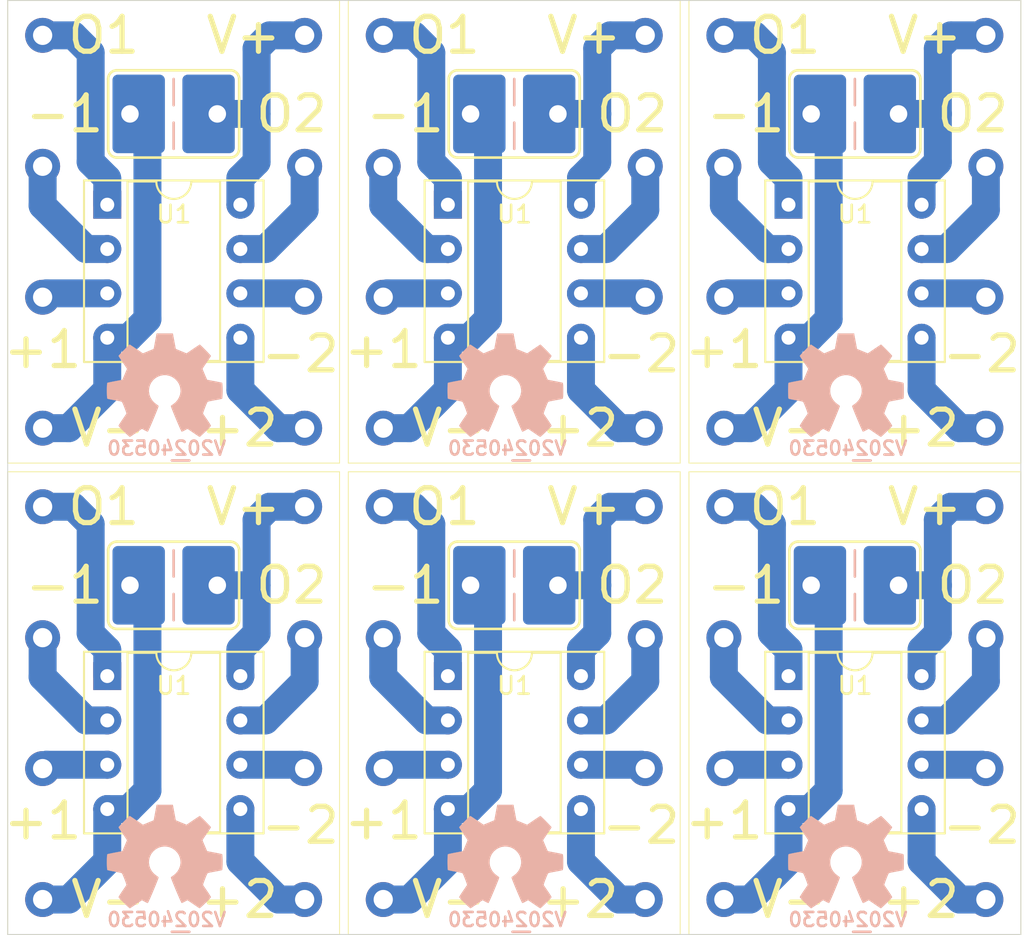
<source format=kicad_pcb>
(kicad_pcb (version 20221018) (generator pcbnew)
  (layers (0 "F.Cu" mixed) (31 "B.Cu" mixed) (34 "B.Paste" user) (35 "F.Paste" user) (36 "B.SilkS" user "B.Silkscreen") (37 "F.SilkS" user "F.Silkscreen") (38 "B.Mask" user) (39 "F.Mask" user) (44 "Edge.Cuts" user))
  (net 0 "")
  (net 1 "Net-(J1-Pin_1)")
  (net 2 "Net-(J4-Pin_1)")
  (net 3 "Net-(J8-Pin_1)")
  (net 4 "Net-(J2-Pin_1)")
  (net 5 "Net-(J3-Pin_1)")
  (net 6 "Net-(J5-Pin_1)")
  (net 7 "Net-(J6-Pin_1)")
  (net 8 "Net-(J7-Pin_1)")
  (footprint "mill-max:PC_pin_nail_head_6092" (layer "F.Cu") (at 102 125.5)
    (fp_text reference "J1")
    (fp_text value "O1" (at 3.5 0) (layer "F.SilkS") (effects (font (size 2 2) (thickness 0.3))))
    (pad "1" thru_hole circle locked (at 0 0) (size 2 2) (drill 1.1) (layers "*.Cu" "*.Mask") (net 1 "Net-(J1-Pin_1)"))
  )
  (footprint "mill-max:PC_pin_nail_head_6092" (layer "F.Cu") (at 102 133)
    (fp_text reference "J2")
    (fp_text value "-1" (at 1.25 -3) (layer "F.SilkS") (effects (font (size 2 2) (thickness 0.3))))
    (pad "1" thru_hole circle locked (at 0 0) (size 2 2) (drill 1.1) (layers "*.Cu" "*.Mask") (net 4 "Net-(J2-Pin_1)"))
  )
  (footprint "mill-max:PC_pin_nail_head_6092" (layer "F.Cu") (at 102 140.5)
    (fp_text reference "J3")
    (fp_text value "+1" (at 0 3) (layer "F.SilkS") (effects (font (size 2 2) (thickness 0.3))))
    (pad "1" thru_hole circle locked (at 0 0) (size 2 2) (drill 1.1) (layers "*.Cu" "*.Mask") (net 5 "Net-(J3-Pin_1)"))
  )
  (footprint "mill-max:PC_pin_nail_head_6092" (layer "F.Cu") (at 117 148)
    (fp_text reference "J5")
    (fp_text value "+2" (at -3.75 0) (layer "F.SilkS") (effects (font (size 2 2) (thickness 0.3))))
    (pad "1" thru_hole circle locked (at 0 0) (size 2 2) (drill 1.1) (layers "*.Cu" "*.Mask") (net 6 "Net-(J5-Pin_1)"))
  )
  (footprint "mill-max:PC_pin_nail_head_6092" (layer "F.Cu") (at 117 140.5)
    (fp_text reference "J6")
    (fp_text value "-2" (at -0.25 3.25) (layer "F.SilkS") (effects (font (size 2 2) (thickness 0.3))))
    (pad "1" thru_hole circle locked (at 0 0) (size 2 2) (drill 1.1) (layers "*.Cu" "*.Mask") (net 7 "Net-(J6-Pin_1)"))
  )
  (footprint "mill-max:PC_pin_nail_head_6092" (layer "F.Cu") (at 102 148 180)
    (fp_text reference "J4")
    (fp_text value "V-" (at -3.75 0) (layer "F.SilkS") (effects (font (size 2 2) (thickness 0.3))))
    (pad "1" thru_hole circle locked (at 0 0 180) (size 2 2) (drill 1.1) (layers "*.Cu" "*.Mask") (net 2 "Net-(J4-Pin_1)"))
  )
  (footprint "SquantorCapacitor:C-050-050X100-0805-3516-film" (layer "F.Cu") (at 109.5 130)
    (fp_text reference "C1" hide)
    (fp_text value "1u" hide)
    (pad "1" thru_hole circle (at -2.5 0) (size 1.5 1.5) (drill 1) (layers "*.Cu" "*.Mask") (net 2 "Net-(J4-Pin_1)"))
    (pad "1" smd roundrect (at -2 0) (size 3 4.5) (layers "B.Cu" "B.Paste" "B.Mask") (roundrect_rratio 0.1) (net 2 "Net-(J4-Pin_1)"))
    (pad "2" smd roundrect (at 2 0) (size 3 4.5) (layers "B.Cu" "B.Paste" "B.Mask") (roundrect_rratio 0.1) (net 3 "Net-(J8-Pin_1)"))
    (pad "2" thru_hole circle (at 2.5 0) (size 1.5 1.5) (drill 1) (layers "*.Cu" "*.Mask") (net 3 "Net-(J8-Pin_1)"))
  )
  (footprint "mill-max:PC_pin_nail_head_6092" (layer "F.Cu") (at 121.5 133)
    (fp_text reference "J2")
    (fp_text value "-1" (at 1.25 -3) (layer "F.SilkS") (effects (font (size 2 2) (thickness 0.3))))
    (pad "1" thru_hole circle locked (at 0 0) (size 2 2) (drill 1.1) (layers "*.Cu" "*.Mask") (net 4 "Net-(J2-Pin_1)"))
  )
  (footprint "mill-max:PC_pin_nail_head_6092" (layer "F.Cu") (at 156 113.5)
    (fp_text reference "J6")
    (fp_text value "-2" (at -0.25 3.25) (layer "F.SilkS") (effects (font (size 2 2) (thickness 0.3))))
    (pad "1" thru_hole circle locked (at 0 0) (size 2 2) (drill 1.1) (layers "*.Cu" "*.Mask") (net 7 "Net-(J6-Pin_1)"))
  )
  (footprint "mill-max:PC_pin_nail_head_6092" (layer "F.Cu") (at 121.5 140.5)
    (fp_text reference "J3")
    (fp_text value "+1" (at 0 3) (layer "F.SilkS") (effects (font (size 2 2) (thickness 0.3))))
    (pad "1" thru_hole circle locked (at 0 0) (size 2 2) (drill 1.1) (layers "*.Cu" "*.Mask") (net 5 "Net-(J3-Pin_1)"))
  )
  (footprint "mill-max:PC_pin_nail_head_6092" (layer "F.Cu") (at 136.5 133)
    (fp_text reference "J7" hide)
    (fp_text value "O2" (at -0.75 -3) (layer "F.SilkS") (effects (font (size 2 2) (thickness 0.3))))
    (pad "1" thru_hole circle locked (at 0 0) (size 2 2) (drill 1.1) (layers "*.Cu" "*.Mask") (net 8 "Net-(J7-Pin_1)"))
  )
  (footprint "mill-max:PC_pin_nail_head_6092" (layer "F.Cu") (at 156 125.5)
    (fp_text reference "J8" hide)
    (fp_text value "V+" (at -3.5 0) (layer "F.SilkS") (effects (font (size 2 2) (thickness 0.3))))
    (pad "1" thru_hole circle locked (at 0 0) (size 2 2) (drill 1.1) (layers "*.Cu" "*.Mask") (net 3 "Net-(J8-Pin_1)"))
  )
  (footprint "mill-max:PC_pin_nail_head_6092" (layer "F.Cu") (at 117 106)
    (fp_text reference "J7" hide)
    (fp_text value "O2" (at -0.75 -3) (layer "F.SilkS") (effects (font (size 2 2) (thickness 0.3))))
    (pad "1" thru_hole circle locked (at 0 0) (size 2 2) (drill 1.1) (layers "*.Cu" "*.Mask") (net 8 "Net-(J7-Pin_1)"))
  )
  (footprint "mill-max:PC_pin_nail_head_6092" (layer "F.Cu") (at 141 148 180)
    (fp_text reference "J4")
    (fp_text value "V-" (at -3.75 0) (layer "F.SilkS") (effects (font (size 2 2) (thickness 0.3))))
    (pad "1" thru_hole circle locked (at 0 0 180) (size 2 2) (drill 1.1) (layers "*.Cu" "*.Mask") (net 2 "Net-(J4-Pin_1)"))
  )
  (footprint "mill-max:PC_pin_nail_head_6092" (layer "F.Cu") (at 156 133)
    (fp_text reference "J7" hide)
    (fp_text value "O2" (at -0.75 -3) (layer "F.SilkS") (effects (font (size 2 2) (thickness 0.3))))
    (pad "1" thru_hole circle locked (at 0 0) (size 2 2) (drill 1.1) (layers "*.Cu" "*.Mask") (net 8 "Net-(J7-Pin_1)"))
  )
  (footprint "mill-max:PC_pin_nail_head_6092" (layer "F.Cu") (at 156 140.5)
    (fp_text reference "J6")
    (fp_text value "-2" (at -0.25 3.25) (layer "F.SilkS") (effects (font (size 2 2) (thickness 0.3))))
    (pad "1" thru_hole circle locked (at 0 0) (size 2 2) (drill 1.1) (layers "*.Cu" "*.Mask") (net 7 "Net-(J6-Pin_1)"))
  )
  (footprint "mill-max:PC_pin_nail_head_6092" (layer "F.Cu") (at 136.5 140.5)
    (fp_text reference "J6")
    (fp_text value "-2" (at -0.25 3.25) (layer "F.SilkS") (effects (font (size 2 2) (thickness 0.3))))
    (pad "1" thru_hole circle locked (at 0 0) (size 2 2) (drill 1.1) (layers "*.Cu" "*.Mask") (net 7 "Net-(J6-Pin_1)"))
  )
  (footprint "mill-max:PC_pin_nail_head_6092" (layer "F.Cu") (at 117 121)
    (fp_text reference "J5")
    (fp_text value "+2" (at -3.75 0) (layer "F.SilkS") (effects (font (size 2 2) (thickness 0.3))))
    (pad "1" thru_hole circle locked (at 0 0) (size 2 2) (drill 1.1) (layers "*.Cu" "*.Mask") (net 6 "Net-(J5-Pin_1)"))
  )
  (footprint "mill-max:PC_pin_nail_head_6092" (layer "F.Cu") (at 156 106)
    (fp_text reference "J7" hide)
    (fp_text value "O2" (at -0.75 -3) (layer "F.SilkS") (effects (font (size 2 2) (thickness 0.3))))
    (pad "1" thru_hole circle locked (at 0 0) (size 2 2) (drill 1.1) (layers "*.Cu" "*.Mask") (net 8 "Net-(J7-Pin_1)"))
  )
  (footprint "Package_DIP:DIP-8_W7.62mm_Socket" (layer "F.Cu") (at 105.7 135.2)
    (fp_text reference "U1" (at 3.81 0.55) (layer "F.SilkS"))
    (fp_text value "opamp_dual_8pin")
    (pad "1" thru_hole rect (at 0 0) (size 1.6 1.6) (drill 0.8) (layers "*.Cu" "*.Mask") (net 1 "Net-(J1-Pin_1)"))
    (pad "2" thru_hole oval (at 0 2.54) (size 1.6 1.6) (drill 0.8) (layers "*.Cu" "*.Mask") (net 4 "Net-(J2-Pin_1)"))
    (pad "3" thru_hole oval (at 0 5.08) (size 1.6 1.6) (drill 0.8) (layers "*.Cu" "*.Mask") (net 5 "Net-(J3-Pin_1)"))
    (pad "4" thru_hole oval (at 0 7.62) (size 1.6 1.6) (drill 0.8) (layers "*.Cu" "*.Mask") (net 2 "Net-(J4-Pin_1)"))
    (pad "5" thru_hole oval (at 7.62 7.62) (size 1.6 1.6) (drill 0.8) (layers "*.Cu" "*.Mask") (net 6 "Net-(J5-Pin_1)"))
    (pad "6" thru_hole oval (at 7.62 5.08) (size 1.6 1.6) (drill 0.8) (layers "*.Cu" "*.Mask") (net 7 "Net-(J6-Pin_1)"))
    (pad "7" thru_hole oval (at 7.62 2.54) (size 1.6 1.6) (drill 0.8) (layers "*.Cu" "*.Mask") (net 8 "Net-(J7-Pin_1)"))
    (pad "8" thru_hole oval (at 7.62 0) (size 1.6 1.6) (drill 0.8) (layers "*.Cu" "*.Mask") (net 3 "Net-(J8-Pin_1)"))
  )
  (footprint "mill-max:PC_pin_nail_head_6092" (layer "F.Cu") (at 141 140.5)
    (fp_text reference "J3")
    (fp_text value "+1" (at 0 3) (layer "F.SilkS") (effects (font (size 2 2) (thickness 0.3))))
    (pad "1" thru_hole circle locked (at 0 0) (size 2 2) (drill 1.1) (layers "*.Cu" "*.Mask") (net 5 "Net-(J3-Pin_1)"))
  )
  (footprint "mill-max:PC_pin_nail_head_6092" (layer "F.Cu") (at 102 98.5)
    (fp_text reference "J1")
    (fp_text value "O1" (at 3.5 0) (layer "F.SilkS") (effects (font (size 2 2) (thickness 0.3))))
    (pad "1" thru_hole circle locked (at 0 0) (size 2 2) (drill 1.1) (layers "*.Cu" "*.Mask") (net 1 "Net-(J1-Pin_1)"))
  )
  (footprint "mill-max:PC_pin_nail_head_6092" (layer "F.Cu") (at 156 98.5)
    (fp_text reference "J8" hide)
    (fp_text value "V+" (at -3.5 0) (layer "F.SilkS") (effects (font (size 2 2) (thickness 0.3))))
    (pad "1" thru_hole circle locked (at 0 0) (size 2 2) (drill 1.1) (layers "*.Cu" "*.Mask") (net 3 "Net-(J8-Pin_1)"))
  )
  (footprint "mill-max:PC_pin_nail_head_6092" (layer "F.Cu") (at 141 98.5)
    (fp_text reference "J1")
    (fp_text value "O1" (at 3.5 0) (layer "F.SilkS") (effects (font (size 2 2) (thickness 0.3))))
    (pad "1" thru_hole circle locked (at 0 0) (size 2 2) (drill 1.1) (layers "*.Cu" "*.Mask") (net 1 "Net-(J1-Pin_1)"))
  )
  (footprint "mill-max:PC_pin_nail_head_6092" (layer "F.Cu") (at 117 98.5)
    (fp_text reference "J8" hide)
    (fp_text value "V+" (at -3.5 0) (layer "F.SilkS") (effects (font (size 2 2) (thickness 0.3))))
    (pad "1" thru_hole circle locked (at 0 0) (size 2 2) (drill 1.1) (layers "*.Cu" "*.Mask") (net 3 "Net-(J8-Pin_1)"))
  )
  (footprint "mill-max:PC_pin_nail_head_6092" (layer "F.Cu") (at 136.5 98.5)
    (fp_text reference "J8" hide)
    (fp_text value "V+" (at -3.5 0) (layer "F.SilkS") (effects (font (size 2 2) (thickness 0.3))))
    (pad "1" thru_hole circle locked (at 0 0) (size 2 2) (drill 1.1) (layers "*.Cu" "*.Mask") (net 3 "Net-(J8-Pin_1)"))
  )
  (footprint "mill-max:PC_pin_nail_head_6092" (layer "F.Cu") (at 121.5 121 180)
    (fp_text reference "J4")
    (fp_text value "V-" (at -3.75 0) (layer "F.SilkS") (effects (font (size 2 2) (thickness 0.3))))
    (pad "1" thru_hole circle locked (at 0 0 180) (size 2 2) (drill 1.1) (layers "*.Cu" "*.Mask") (net 2 "Net-(J4-Pin_1)"))
  )
  (footprint "Package_DIP:DIP-8_W7.62mm_Socket" (layer "F.Cu") (at 144.7 108.2)
    (fp_text reference "U1" (at 3.81 0.55) (layer "F.SilkS"))
    (fp_text value "opamp_dual_8pin")
    (pad "1" thru_hole rect (at 0 0) (size 1.6 1.6) (drill 0.8) (layers "*.Cu" "*.Mask") (net 1 "Net-(J1-Pin_1)"))
    (pad "2" thru_hole oval (at 0 2.54) (size 1.6 1.6) (drill 0.8) (layers "*.Cu" "*.Mask") (net 4 "Net-(J2-Pin_1)"))
    (pad "3" thru_hole oval (at 0 5.08) (size 1.6 1.6) (drill 0.8) (layers "*.Cu" "*.Mask") (net 5 "Net-(J3-Pin_1)"))
    (pad "4" thru_hole oval (at 0 7.62) (size 1.6 1.6) (drill 0.8) (layers "*.Cu" "*.Mask") (net 2 "Net-(J4-Pin_1)"))
    (pad "5" thru_hole oval (at 7.62 7.62) (size 1.6 1.6) (drill 0.8) (layers "*.Cu" "*.Mask") (net 6 "Net-(J5-Pin_1)"))
    (pad "6" thru_hole oval (at 7.62 5.08) (size 1.6 1.6) (drill 0.8) (layers "*.Cu" "*.Mask") (net 7 "Net-(J6-Pin_1)"))
    (pad "7" thru_hole oval (at 7.62 2.54) (size 1.6 1.6) (drill 0.8) (layers "*.Cu" "*.Mask") (net 8 "Net-(J7-Pin_1)"))
    (pad "8" thru_hole oval (at 7.62 0) (size 1.6 1.6) (drill 0.8) (layers "*.Cu" "*.Mask") (net 3 "Net-(J8-Pin_1)"))
  )
  (footprint "Package_DIP:DIP-8_W7.62mm_Socket" (layer "F.Cu") (at 125.2 108.2)
    (fp_text reference "U1" (at 3.81 0.55) (layer "F.SilkS"))
    (fp_text value "opamp_dual_8pin")
    (pad "1" thru_hole rect (at 0 0) (size 1.6 1.6) (drill 0.8) (layers "*.Cu" "*.Mask") (net 1 "Net-(J1-Pin_1)"))
    (pad "2" thru_hole oval (at 0 2.54) (size 1.6 1.6) (drill 0.8) (layers "*.Cu" "*.Mask") (net 4 "Net-(J2-Pin_1)"))
    (pad "3" thru_hole oval (at 0 5.08) (size 1.6 1.6) (drill 0.8) (layers "*.Cu" "*.Mask") (net 5 "Net-(J3-Pin_1)"))
    (pad "4" thru_hole oval (at 0 7.62) (size 1.6 1.6) (drill 0.8) (layers "*.Cu" "*.Mask") (net 2 "Net-(J4-Pin_1)"))
    (pad "5" thru_hole oval (at 7.62 7.62) (size 1.6 1.6) (drill 0.8) (layers "*.Cu" "*.Mask") (net 6 "Net-(J5-Pin_1)"))
    (pad "6" thru_hole oval (at 7.62 5.08) (size 1.6 1.6) (drill 0.8) (layers "*.Cu" "*.Mask") (net 7 "Net-(J6-Pin_1)"))
    (pad "7" thru_hole oval (at 7.62 2.54) (size 1.6 1.6) (drill 0.8) (layers "*.Cu" "*.Mask") (net 8 "Net-(J7-Pin_1)"))
    (pad "8" thru_hole oval (at 7.62 0) (size 1.6 1.6) (drill 0.8) (layers "*.Cu" "*.Mask") (net 3 "Net-(J8-Pin_1)"))
  )
  (footprint "mill-max:PC_pin_nail_head_6092" (layer "F.Cu") (at 121.5 125.5)
    (fp_text reference "J1")
    (fp_text value "O1" (at 3.5 0) (layer "F.SilkS") (effects (font (size 2 2) (thickness 0.3))))
    (pad "1" thru_hole circle locked (at 0 0) (size 2 2) (drill 1.1) (layers "*.Cu" "*.Mask") (net 1 "Net-(J1-Pin_1)"))
  )
  (footprint "mill-max:PC_pin_nail_head_6092" (layer "F.Cu") (at 121.5 113.5)
    (fp_text reference "J3")
    (fp_text value "+1" (at 0 3) (layer "F.SilkS") (effects (font (size 2 2) (thickness 0.3))))
    (pad "1" thru_hole circle locked (at 0 0) (size 2 2) (drill 1.1) (layers "*.Cu" "*.Mask") (net 5 "Net-(J3-Pin_1)"))
  )
  (footprint "mill-max:PC_pin_nail_head_6092" (layer "F.Cu") (at 136.5 148)
    (fp_text reference "J5")
    (fp_text value "+2" (at -3.75 0) (layer "F.SilkS") (effects (font (size 2 2) (thickness 0.3))))
    (pad "1" thru_hole circle locked (at 0 0) (size 2 2) (drill 1.1) (layers "*.Cu" "*.Mask") (net 6 "Net-(J5-Pin_1)"))
  )
  (footprint "Package_DIP:DIP-8_W7.62mm_Socket" (layer "F.Cu") (at 125.2 135.2)
    (fp_text reference "U1" (at 3.81 0.55) (layer "F.SilkS"))
    (fp_text value "opamp_dual_8pin")
    (pad "1" thru_hole rect (at 0 0) (size 1.6 1.6) (drill 0.8) (layers "*.Cu" "*.Mask") (net 1 "Net-(J1-Pin_1)"))
    (pad "2" thru_hole oval (at 0 2.54) (size 1.6 1.6) (drill 0.8) (layers "*.Cu" "*.Mask") (net 4 "Net-(J2-Pin_1)"))
    (pad "3" thru_hole oval (at 0 5.08) (size 1.6 1.6) (drill 0.8) (layers "*.Cu" "*.Mask") (net 5 "Net-(J3-Pin_1)"))
    (pad "4" thru_hole oval (at 0 7.62) (size 1.6 1.6) (drill 0.8) (layers "*.Cu" "*.Mask") (net 2 "Net-(J4-Pin_1)"))
    (pad "5" thru_hole oval (at 7.62 7.62) (size 1.6 1.6) (drill 0.8) (layers "*.Cu" "*.Mask") (net 6 "Net-(J5-Pin_1)"))
    (pad "6" thru_hole oval (at 7.62 5.08) (size 1.6 1.6) (drill 0.8) (layers "*.Cu" "*.Mask") (net 7 "Net-(J6-Pin_1)"))
    (pad "7" thru_hole oval (at 7.62 2.54) (size 1.6 1.6) (drill 0.8) (layers "*.Cu" "*.Mask") (net 8 "Net-(J7-Pin_1)"))
    (pad "8" thru_hole oval (at 7.62 0) (size 1.6 1.6) (drill 0.8) (layers "*.Cu" "*.Mask") (net 3 "Net-(J8-Pin_1)"))
  )
  (footprint "SquantorCapacitor:C-050-050X100-0805-3516-film" (layer "F.Cu") (at 109.5 103)
    (fp_text reference "C1" hide)
    (fp_text value "1u" hide)
    (pad "1" thru_hole circle (at -2.5 0) (size 1.5 1.5) (drill 1) (layers "*.Cu" "*.Mask") (net 2 "Net-(J4-Pin_1)"))
    (pad "1" smd roundrect (at -2 0) (size 3 4.5) (layers "B.Cu" "B.Paste" "B.Mask") (roundrect_rratio 0.1) (net 2 "Net-(J4-Pin_1)"))
    (pad "2" smd roundrect (at 2 0) (size 3 4.5) (layers "B.Cu" "B.Paste" "B.Mask") (roundrect_rratio 0.1) (net 3 "Net-(J8-Pin_1)"))
    (pad "2" thru_hole circle (at 2.5 0) (size 1.5 1.5) (drill 1) (layers "*.Cu" "*.Mask") (net 3 "Net-(J8-Pin_1)"))
  )
  (footprint "SquantorCapacitor:C-050-050X100-0805-3516-film" (layer "F.Cu") (at 148.5 130)
    (fp_text reference "C1" hide)
    (fp_text value "1u" hide)
    (pad "1" thru_hole circle (at -2.5 0) (size 1.5 1.5) (drill 1) (layers "*.Cu" "*.Mask") (net 2 "Net-(J4-Pin_1)"))
    (pad "1" smd roundrect (at -2 0) (size 3 4.5) (layers "B.Cu" "B.Paste" "B.Mask") (roundrect_rratio 0.1) (net 2 "Net-(J4-Pin_1)"))
    (pad "2" smd roundrect (at 2 0) (size 3 4.5) (layers "B.Cu" "B.Paste" "B.Mask") (roundrect_rratio 0.1) (net 3 "Net-(J8-Pin_1)"))
    (pad "2" thru_hole circle (at 2.5 0) (size 1.5 1.5) (drill 1) (layers "*.Cu" "*.Mask") (net 3 "Net-(J8-Pin_1)"))
  )
  (footprint "mill-max:PC_pin_nail_head_6092" (layer "F.Cu") (at 141 121 180)
    (fp_text reference "J4")
    (fp_text value "V-" (at -3.75 0) (layer "F.SilkS") (effects (font (size 2 2) (thickness 0.3))))
    (pad "1" thru_hole circle locked (at 0 0 180) (size 2 2) (drill 1.1) (layers "*.Cu" "*.Mask") (net 2 "Net-(J4-Pin_1)"))
  )
  (footprint "mill-max:PC_pin_nail_head_6092" (layer "F.Cu") (at 117 125.5)
    (fp_text reference "J8" hide)
    (fp_text value "V+" (at -3.5 0) (layer "F.SilkS") (effects (font (size 2 2) (thickness 0.3))))
    (pad "1" thru_hole circle locked (at 0 0) (size 2 2) (drill 1.1) (layers "*.Cu" "*.Mask") (net 3 "Net-(J8-Pin_1)"))
  )
  (footprint "SquantorCapacitor:C-050-050X100-0805-3516-film" (layer "F.Cu") (at 129 103)
    (fp_text reference "C1" hide)
    (fp_text value "1u" hide)
    (pad "1" thru_hole circle (at -2.5 0) (size 1.5 1.5) (drill 1) (layers "*.Cu" "*.Mask") (net 2 "Net-(J4-Pin_1)"))
    (pad "1" smd roundrect (at -2 0) (size 3 4.5) (layers "B.Cu" "B.Paste" "B.Mask") (roundrect_rratio 0.1) (net 2 "Net-(J4-Pin_1)"))
    (pad "2" smd roundrect (at 2 0) (size 3 4.5) (layers "B.Cu" "B.Paste" "B.Mask") (roundrect_rratio 0.1) (net 3 "Net-(J8-Pin_1)"))
    (pad "2" thru_hole circle (at 2.5 0) (size 1.5 1.5) (drill 1) (layers "*.Cu" "*.Mask") (net 3 "Net-(J8-Pin_1)"))
  )
  (footprint "mill-max:PC_pin_nail_head_6092" (layer "F.Cu") (at 102 106)
    (fp_text reference "J2")
    (fp_text value "-1" (at 1.25 -3) (layer "F.SilkS") (effects (font (size 2 2) (thickness 0.3))))
    (pad "1" thru_hole circle locked (at 0 0) (size 2 2) (drill 1.1) (layers "*.Cu" "*.Mask") (net 4 "Net-(J2-Pin_1)"))
  )
  (footprint "Package_DIP:DIP-8_W7.62mm_Socket" (layer "F.Cu") (at 144.7 135.2)
    (fp_text reference "U1" (at 3.81 0.55) (layer "F.SilkS"))
    (fp_text value "opamp_dual_8pin")
    (pad "1" thru_hole rect (at 0 0) (size 1.6 1.6) (drill 0.8) (layers "*.Cu" "*.Mask") (net 1 "Net-(J1-Pin_1)"))
    (pad "2" thru_hole oval (at 0 2.54) (size 1.6 1.6) (drill 0.8) (layers "*.Cu" "*.Mask") (net 4 "Net-(J2-Pin_1)"))
    (pad "3" thru_hole oval (at 0 5.08) (size 1.6 1.6) (drill 0.8) (layers "*.Cu" "*.Mask") (net 5 "Net-(J3-Pin_1)"))
    (pad "4" thru_hole oval (at 0 7.62) (size 1.6 1.6) (drill 0.8) (layers "*.Cu" "*.Mask") (net 2 "Net-(J4-Pin_1)"))
    (pad "5" thru_hole oval (at 7.62 7.62) (size 1.6 1.6) (drill 0.8) (layers "*.Cu" "*.Mask") (net 6 "Net-(J5-Pin_1)"))
    (pad "6" thru_hole oval (at 7.62 5.08) (size 1.6 1.6) (drill 0.8) (layers "*.Cu" "*.Mask") (net 7 "Net-(J6-Pin_1)"))
    (pad "7" thru_hole oval (at 7.62 2.54) (size 1.6 1.6) (drill 0.8) (layers "*.Cu" "*.Mask") (net 8 "Net-(J7-Pin_1)"))
    (pad "8" thru_hole oval (at 7.62 0) (size 1.6 1.6) (drill 0.8) (layers "*.Cu" "*.Mask") (net 3 "Net-(J8-Pin_1)"))
  )
  (footprint "SquantorCapacitor:C-050-050X100-0805-3516-film" (layer "F.Cu") (at 148.5 103)
    (fp_text reference "C1" hide)
    (fp_text value "1u" hide)
    (pad "1" thru_hole circle (at -2.5 0) (size 1.5 1.5) (drill 1) (layers "*.Cu" "*.Mask") (net 2 "Net-(J4-Pin_1)"))
    (pad "1" smd roundrect (at -2 0) (size 3 4.5) (layers "B.Cu" "B.Paste" "B.Mask") (roundrect_rratio 0.1) (net 2 "Net-(J4-Pin_1)"))
    (pad "2" smd roundrect (at 2 0) (size 3 4.5) (layers "B.Cu" "B.Paste" "B.Mask") (roundrect_rratio 0.1) (net 3 "Net-(J8-Pin_1)"))
    (pad "2" thru_hole circle (at 2.5 0) (size 1.5 1.5) (drill 1) (layers "*.Cu" "*.Mask") (net 3 "Net-(J8-Pin_1)"))
  )
  (footprint "mill-max:PC_pin_nail_head_6092" (layer "F.Cu") (at 102 121 180)
    (fp_text reference "J4")
    (fp_text value "V-" (at -3.75 0) (layer "F.SilkS") (effects (font (size 2 2) (thickness 0.3))))
    (pad "1" thru_hole circle locked (at 0 0 180) (size 2 2) (drill 1.1) (layers "*.Cu" "*.Mask") (net 2 "Net-(J4-Pin_1)"))
  )
  (footprint "mill-max:PC_pin_nail_head_6092" (layer "F.Cu") (at 102 113.5)
    (fp_text reference "J3")
    (fp_text value "+1" (at 0 3) (layer "F.SilkS") (effects (font (size 2 2) (thickness 0.3))))
    (pad "1" thru_hole circle locked (at 0 0) (size 2 2) (drill 1.1) (layers "*.Cu" "*.Mask") (net 5 "Net-(J3-Pin_1)"))
  )
  (footprint "mill-max:PC_pin_nail_head_6092" (layer "F.Cu") (at 121.5 106)
    (fp_text reference "J2")
    (fp_text value "-1" (at 1.25 -3) (layer "F.SilkS") (effects (font (size 2 2) (thickness 0.3))))
    (pad "1" thru_hole circle locked (at 0 0) (size 2 2) (drill 1.1) (layers "*.Cu" "*.Mask") (net 4 "Net-(J2-Pin_1)"))
  )
  (footprint "mill-max:PC_pin_nail_head_6092" (layer "F.Cu") (at 156 121)
    (fp_text reference "J5")
    (fp_text value "+2" (at -3.75 0) (layer "F.SilkS") (effects (font (size 2 2) (thickness 0.3))))
    (pad "1" thru_hole circle locked (at 0 0) (size 2 2) (drill 1.1) (layers "*.Cu" "*.Mask") (net 6 "Net-(J5-Pin_1)"))
  )
  (footprint "mill-max:PC_pin_nail_head_6092" (layer "F.Cu") (at 136.5 106)
    (fp_text reference "J7" hide)
    (fp_text value "O2" (at -0.75 -3) (layer "F.SilkS") (effects (font (size 2 2) (thickness 0.3))))
    (pad "1" thru_hole circle locked (at 0 0) (size 2 2) (drill 1.1) (layers "*.Cu" "*.Mask") (net 8 "Net-(J7-Pin_1)"))
  )
  (footprint "mill-max:PC_pin_nail_head_6092" (layer "F.Cu") (at 136.5 121)
    (fp_text reference "J5")
    (fp_text value "+2" (at -3.75 0) (layer "F.SilkS") (effects (font (size 2 2) (thickness 0.3))))
    (pad "1" thru_hole circle locked (at 0 0) (size 2 2) (drill 1.1) (layers "*.Cu" "*.Mask") (net 6 "Net-(J5-Pin_1)"))
  )
  (footprint "mill-max:PC_pin_nail_head_6092" (layer "F.Cu") (at 136.5 113.5)
    (fp_text reference "J6")
    (fp_text value "-2" (at -0.25 3.25) (layer "F.SilkS") (effects (font (size 2 2) (thickness 0.3))))
    (pad "1" thru_hole circle locked (at 0 0) (size 2 2) (drill 1.1) (layers "*.Cu" "*.Mask") (net 7 "Net-(J6-Pin_1)"))
  )
  (footprint "mill-max:PC_pin_nail_head_6092" (layer "F.Cu") (at 117 113.5)
    (fp_text reference "J6")
    (fp_text value "-2" (at -0.25 3.25) (layer "F.SilkS") (effects (font (size 2 2) (thickness 0.3))))
    (pad "1" thru_hole circle locked (at 0 0) (size 2 2) (drill 1.1) (layers "*.Cu" "*.Mask") (net 7 "Net-(J6-Pin_1)"))
  )
  (footprint "mill-max:PC_pin_nail_head_6092" (layer "F.Cu") (at 141 106)
    (fp_text reference "J2")
    (fp_text value "-1" (at 1.25 -3) (layer "F.SilkS") (effects (font (size 2 2) (thickness 0.3))))
    (pad "1" thru_hole circle locked (at 0 0) (size 2 2) (drill 1.1) (layers "*.Cu" "*.Mask") (net 4 "Net-(J2-Pin_1)"))
  )
  (footprint "mill-max:PC_pin_nail_head_6092" (layer "F.Cu") (at 117 133)
    (fp_text reference "J7" hide)
    (fp_text value "O2" (at -0.75 -3) (layer "F.SilkS") (effects (font (size 2 2) (thickness 0.3))))
    (pad "1" thru_hole circle locked (at 0 0) (size 2 2) (drill 1.1) (layers "*.Cu" "*.Mask") (net 8 "Net-(J7-Pin_1)"))
  )
  (footprint "mill-max:PC_pin_nail_head_6092" (layer "F.Cu") (at 141 113.5)
    (fp_text reference "J3")
    (fp_text value "+1" (at 0 3) (layer "F.SilkS") (effects (font (size 2 2) (thickness 0.3))))
    (pad "1" thru_hole circle locked (at 0 0) (size 2 2) (drill 1.1) (layers "*.Cu" "*.Mask") (net 5 "Net-(J3-Pin_1)"))
  )
  (footprint "mill-max:PC_pin_nail_head_6092" (layer "F.Cu") (at 141 125.5)
    (fp_text reference "J1")
    (fp_text value "O1" (at 3.5 0) (layer "F.SilkS") (effects (font (size 2 2) (thickness 0.3))))
    (pad "1" thru_hole circle locked (at 0 0) (size 2 2) (drill 1.1) (layers "*.Cu" "*.Mask") (net 1 "Net-(J1-Pin_1)"))
  )
  (footprint "mill-max:PC_pin_nail_head_6092" (layer "F.Cu") (at 136.5 125.5)
    (fp_text reference "J8" hide)
    (fp_text value "V+" (at -3.5 0) (layer "F.SilkS") (effects (font (size 2 2) (thickness 0.3))))
    (pad "1" thru_hole circle locked (at 0 0) (size 2 2) (drill 1.1) (layers "*.Cu" "*.Mask") (net 3 "Net-(J8-Pin_1)"))
  )
  (footprint "mill-max:PC_pin_nail_head_6092" (layer "F.Cu") (at 156 148)
    (fp_text reference "J5")
    (fp_text value "+2" (at -3.75 0) (layer "F.SilkS") (effects (font (size 2 2) (thickness 0.3))))
    (pad "1" thru_hole circle locked (at 0 0) (size 2 2) (drill 1.1) (layers "*.Cu" "*.Mask") (net 6 "Net-(J5-Pin_1)"))
  )
  (footprint "mill-max:PC_pin_nail_head_6092" (layer "F.Cu") (at 141 133)
    (fp_text reference "J2")
    (fp_text value "-1" (at 1.25 -3) (layer "F.SilkS") (effects (font (size 2 2) (thickness 0.3))))
    (pad "1" thru_hole circle locked (at 0 0) (size 2 2) (drill 1.1) (layers "*.Cu" "*.Mask") (net 4 "Net-(J2-Pin_1)"))
  )
  (footprint "mill-max:PC_pin_nail_head_6092" (layer "F.Cu") (at 121.5 98.5)
    (fp_text reference "J1")
    (fp_text value "O1" (at 3.5 0) (layer "F.SilkS") (effects (font (size 2 2) (thickness 0.3))))
    (pad "1" thru_hole circle locked (at 0 0) (size 2 2) (drill 1.1) (layers "*.Cu" "*.Mask") (net 1 "Net-(J1-Pin_1)"))
  )
  (footprint "Package_DIP:DIP-8_W7.62mm_Socket" (layer "F.Cu") (at 105.7 108.2)
    (fp_text reference "U1" (at 3.81 0.55) (layer "F.SilkS"))
    (fp_text value "opamp_dual_8pin")
    (pad "1" thru_hole rect (at 0 0) (size 1.6 1.6) (drill 0.8) (layers "*.Cu" "*.Mask") (net 1 "Net-(J1-Pin_1)"))
    (pad "2" thru_hole oval (at 0 2.54) (size 1.6 1.6) (drill 0.8) (layers "*.Cu" "*.Mask") (net 4 "Net-(J2-Pin_1)"))
    (pad "3" thru_hole oval (at 0 5.08) (size 1.6 1.6) (drill 0.8) (layers "*.Cu" "*.Mask") (net 5 "Net-(J3-Pin_1)"))
    (pad "4" thru_hole oval (at 0 7.62) (size 1.6 1.6) (drill 0.8) (layers "*.Cu" "*.Mask") (net 2 "Net-(J4-Pin_1)"))
    (pad "5" thru_hole oval (at 7.62 7.62) (size 1.6 1.6) (drill 0.8) (layers "*.Cu" "*.Mask") (net 6 "Net-(J5-Pin_1)"))
    (pad "6" thru_hole oval (at 7.62 5.08) (size 1.6 1.6) (drill 0.8) (layers "*.Cu" "*.Mask") (net 7 "Net-(J6-Pin_1)"))
    (pad "7" thru_hole oval (at 7.62 2.54) (size 1.6 1.6) (drill 0.8) (layers "*.Cu" "*.Mask") (net 8 "Net-(J7-Pin_1)"))
    (pad "8" thru_hole oval (at 7.62 0) (size 1.6 1.6) (drill 0.8) (layers "*.Cu" "*.Mask") (net 3 "Net-(J8-Pin_1)"))
  )
  (footprint "mill-max:PC_pin_nail_head_6092" (layer "F.Cu") (at 121.5 148 180)
    (fp_text reference "J4")
    (fp_text value "V-" (at -3.75 0) (layer "F.SilkS") (effects (font (size 2 2) (thickness 0.3))))
    (pad "1" thru_hole circle locked (at 0 0 180) (size 2 2) (drill 1.1) (layers "*.Cu" "*.Mask") (net 2 "Net-(J4-Pin_1)"))
  )
  (footprint "SquantorCapacitor:C-050-050X100-0805-3516-film" (layer "F.Cu") (at 129 130)
    (fp_text reference "C1" hide)
    (fp_text value "1u" hide)
    (pad "1" thru_hole circle (at -2.5 0) (size 1.5 1.5) (drill 1) (layers "*.Cu" "*.Mask") (net 2 "Net-(J4-Pin_1)"))
    (pad "1" smd roundrect (at -2 0) (size 3 4.5) (layers "B.Cu" "B.Paste" "B.Mask") (roundrect_rratio 0.1) (net 2 "Net-(J4-Pin_1)"))
    (pad "2" smd roundrect (at 2 0) (size 3 4.5) (layers "B.Cu" "B.Paste" "B.Mask") (roundrect_rratio 0.1) (net 3 "Net-(J8-Pin_1)"))
    (pad "2" thru_hole circle (at 2.5 0) (size 1.5 1.5) (drill 1) (layers "*.Cu" "*.Mask") (net 3 "Net-(J8-Pin_1)"))
  )
  (footprint "Symbol:OSHW-Symbol_6.7x6mm_SilkScreen" (layer "B.Cu") (at 109 145.55 180)
    (fp_text reference "N2" hide)
    (fp_text value "OHWLOGO" hide)
  )
  (footprint "SquantorLabels:Label_Generic" (layer "B.Cu") (at 109.9 149.25 180)
    (fp_text reference "N1" hide)
    (fp_text value "V20240530" (at 0.8 0.1) (layer "B.SilkS") (effects (font (size 0.8 0.8)) (justify mirror)))
  )
  (footprint "Symbol:OSHW-Symbol_6.7x6mm_SilkScreen" (layer "B.Cu") (at 128.5 118.55 180)
    (fp_text reference "N2" hide)
    (fp_text value "OHWLOGO" hide)
  )
  (footprint "Symbol:OSHW-Symbol_6.7x6mm_SilkScreen" (layer "B.Cu") (at 128.5 145.55 180)
    (fp_text reference "N2" hide)
    (fp_text value "OHWLOGO" hide)
  )
  (footprint "Symbol:OSHW-Symbol_6.7x6mm_SilkScreen" (layer "B.Cu") (at 148 145.55 180)
    (fp_text reference "N2" hide)
    (fp_text value "OHWLOGO" hide)
  )
  (footprint "SquantorLabels:Label_Generic" (layer "B.Cu") (at 109.9 122.25 180)
    (fp_text reference "N1" hide)
    (fp_text value "V20240530" (at 0.8 0.1) (layer "B.SilkS") (effects (font (size 0.8 0.8)) (justify mirror)))
  )
  (footprint "Symbol:OSHW-Symbol_6.7x6mm_SilkScreen" (layer "B.Cu") (at 109 118.55 180)
    (fp_text reference "N2" hide)
    (fp_text value "OHWLOGO" hide)
  )
  (footprint "SquantorLabels:Label_Generic" (layer "B.Cu") (at 129.4 122.25 180)
    (fp_text reference "N1" hide)
    (fp_text value "V20240530" (at 0.8 0.1) (layer "B.SilkS") (effects (font (size 0.8 0.8)) (justify mirror)))
  )
  (footprint "SquantorLabels:Label_Generic" (layer "B.Cu") (at 148.9 122.25 180)
    (fp_text reference "N1" hide)
    (fp_text value "V20240530" (at 0.8 0.1) (layer "B.SilkS") (effects (font (size 0.8 0.8)) (justify mirror)))
  )
  (footprint "SquantorLabels:Label_Generic" (layer "B.Cu") (at 148.9 149.25 180)
    (fp_text reference "N1" hide)
    (fp_text value "V20240530" (at 0.8 0.1) (layer "B.SilkS") (effects (font (size 0.8 0.8)) (justify mirror)))
  )
  (footprint "Symbol:OSHW-Symbol_6.7x6mm_SilkScreen" (layer "B.Cu") (at 148 118.55 180)
    (fp_text reference "N2" hide)
    (fp_text value "OHWLOGO" hide)
  )
  (footprint "SquantorLabels:Label_Generic" (layer "B.Cu") (at 129.4 149.25 180)
    (fp_text reference "N1" hide)
    (fp_text value "V20240530" (at 0.8 0.1) (layer "B.SilkS") (effects (font (size 0.8 0.8)) (justify mirror)))
  )
  (gr_line (start 100 150) (end 119 150) (stroke (width 0.05)) (layer "F.SilkS"))
  (gr_line (start 119 123.5) (end 119 150) (stroke (width 0.05)) (layer "F.SilkS"))
  (gr_line (start 119 123.5) (end 100 123.5) (stroke (width 0.05)) (layer "F.SilkS"))
  (gr_line (start 158 123.5) (end 139 123.5) (stroke (width 0.05)) (layer "F.SilkS"))
  (gr_line (start 139 123) (end 158 123) (stroke (width 0.05)) (layer "F.SilkS"))
  (gr_line (start 119.5 123) (end 138.5 123) (stroke (width 0.05)) (layer "F.SilkS"))
  (gr_line (start 119 96.5) (end 100 96.5) (stroke (width 0.05)) (layer "F.SilkS"))
  (gr_line (start 119.5 150) (end 119.5 123.5) (stroke (width 0.05)) (layer "F.SilkS"))
  (gr_line (start 119.5 123) (end 119.5 96.5) (stroke (width 0.05)) (layer "F.SilkS"))
  (gr_line (start 158 123.5) (end 158 150) (stroke (width 0.05)) (layer "F.SilkS"))
  (gr_line (start 138.5 96.5) (end 119.5 96.5) (stroke (width 0.05)) (layer "F.SilkS"))
  (gr_line (start 119.5 150) (end 138.5 150) (stroke (width 0.05)) (layer "F.SilkS"))
  (gr_line (start 100 150) (end 100 123.5) (stroke (width 0.05)) (layer "F.SilkS"))
  (gr_line (start 139 150) (end 158 150) (stroke (width 0.05)) (layer "F.SilkS"))
  (gr_line (start 138.5 123.5) (end 138.5 150) (stroke (width 0.05)) (layer "F.SilkS"))
  (gr_line (start 119 96.5) (end 119 123) (stroke (width 0.05)) (layer "F.SilkS"))
  (gr_line (start 138.5 123.5) (end 119.5 123.5) (stroke (width 0.05)) (layer "F.SilkS"))
  (gr_line (start 158 96.5) (end 158 123) (stroke (width 0.05)) (layer "F.SilkS"))
  (gr_line (start 100 123) (end 100 96.5) (stroke (width 0.05)) (layer "F.SilkS"))
  (gr_line (start 139 123) (end 139 96.5) (stroke (width 0.05)) (layer "F.SilkS"))
  (gr_line (start 158 96.5) (end 139 96.5) (stroke (width 0.05)) (layer "F.SilkS"))
  (gr_line (start 100 123) (end 119 123) (stroke (width 0.05)) (layer "F.SilkS"))
  (gr_line (start 138.5 96.5) (end 138.5 123) (stroke (width 0.05)) (layer "F.SilkS"))
  (gr_line (start 139 150) (end 139 123.5) (stroke (width 0.05)) (layer "F.SilkS"))
  (gr_line (start 100 150) (end 100 96.5) (stroke (width 0.05)) (layer "Edge.Cuts"))
  (gr_line (start 158 150) (end 100 150) (stroke (width 0.05)) (layer "Edge.Cuts"))
  (gr_line (start 158 96.5) (end 158 150) (stroke (width 0.05)) (layer "Edge.Cuts"))
  (gr_line (start 100 96.5) (end 158 96.5) (stroke (width 0.05)) (layer "Edge.Cuts"))
  (segment (start 125.2 133.7) (end 124.25 132.75) (width 1.6) (layer "B.Cu") (net 1))
  (segment (start 104.75 99.5) (end 103.75 98.5) (width 1.6) (layer "B.Cu") (net 1))
  (segment (start 125.2 106.7) (end 124.25 105.75) (width 1.6) (layer "B.Cu") (net 1))
  (segment (start 124.25 126.5) (end 123.25 125.5) (width 1.6) (layer "B.Cu") (net 1))
  (segment (start 104.75 105.75) (end 104.75 99.5) (width 1.6) (layer "B.Cu") (net 1))
  (segment (start 144.7 135.2) (end 144.7 133.7) (width 1.6) (layer "B.Cu") (net 1))
  (segment (start 143.75 105.75) (end 143.75 99.5) (width 1.6) (layer "B.Cu") (net 1))
  (segment (start 125.2 135.2) (end 125.2 133.7) (width 1.6) (layer "B.Cu") (net 1))
  (segment (start 105.7 106.7) (end 104.75 105.75) (width 1.6) (layer "B.Cu") (net 1))
  (segment (start 103.75 125.5) (end 102 125.5) (width 1.6) (layer "B.Cu") (net 1))
  (segment (start 105.7 135.2) (end 105.7 133.7) (width 1.6) (layer "B.Cu") (net 1))
  (segment (start 105.7 108.2) (end 105.7 106.7) (width 1.6) (layer "B.Cu") (net 1))
  (segment (start 143.75 99.5) (end 142.75 98.5) (width 1.6) (layer "B.Cu") (net 1))
  (segment (start 142.75 125.5) (end 141 125.5) (width 1.6) (layer "B.Cu") (net 1))
  (segment (start 142.75 98.5) (end 141 98.5) (width 1.6) (layer "B.Cu") (net 1))
  (segment (start 123.25 125.5) (end 121.5 125.5) (width 1.6) (layer "B.Cu") (net 1))
  (segment (start 143.75 132.75) (end 143.75 126.5) (width 1.6) (layer "B.Cu") (net 1))
  (segment (start 143.75 126.5) (end 142.75 125.5) (width 1.6) (layer "B.Cu") (net 1))
  (segment (start 123.25 98.5) (end 121.5 98.5) (width 1.6) (layer "B.Cu") (net 1))
  (segment (start 103.75 98.5) (end 102 98.5) (width 1.6) (layer "B.Cu") (net 1))
  (segment (start 144.7 108.2) (end 144.7 106.7) (width 1.6) (layer "B.Cu") (net 1))
  (segment (start 125.2 108.2) (end 125.2 106.7) (width 1.6) (layer "B.Cu") (net 1))
  (segment (start 104.75 132.75) (end 104.75 126.5) (width 1.6) (layer "B.Cu") (net 1))
  (segment (start 104.75 126.5) (end 103.75 125.5) (width 1.6) (layer "B.Cu") (net 1))
  (segment (start 124.25 132.75) (end 124.25 126.5) (width 1.6) (layer "B.Cu") (net 1))
  (segment (start 124.25 99.5) (end 123.25 98.5) (width 1.6) (layer "B.Cu") (net 1))
  (segment (start 144.7 133.7) (end 143.75 132.75) (width 1.6) (layer "B.Cu") (net 1))
  (segment (start 105.7 133.7) (end 104.75 132.75) (width 1.6) (layer "B.Cu") (net 1))
  (segment (start 144.7 106.7) (end 143.75 105.75) (width 1.6) (layer "B.Cu") (net 1))
  (segment (start 124.25 105.75) (end 124.25 99.5) (width 1.6) (layer "B.Cu") (net 1))
  (segment (start 144.7 115.82) (end 144.7 118.8) (width 1.6) (layer "B.Cu") (net 2))
  (segment (start 125.2 118.8) (end 123 121) (width 1.6) (layer "B.Cu") (net 2))
  (segment (start 147 141.75) (end 147 130.5) (width 1.6) (layer "B.Cu") (net 2))
  (segment (start 127.5 130.5) (end 127 130) (width 1.6) (layer "B.Cu") (net 2))
  (segment (start 125.2 115.82) (end 125.2 118.8) (width 1.6) (layer "B.Cu") (net 2))
  (segment (start 125.2 142.82) (end 126.43 142.82) (width 1.6) (layer "B.Cu") (net 2))
  (segment (start 145.93 142.82) (end 147 141.75) (width 1.6) (layer "B.Cu") (net 2))
  (segment (start 127 103) (end 126.5 103) (width 1.6) (layer "B.Cu") (net 2))
  (segment (start 108 114.75) (end 108 103.5) (width 1.6) (layer "B.Cu") (net 2))
  (segment (start 108 103.5) (end 107.5 103) (width 1.6) (layer "B.Cu") (net 2))
  (segment (start 103.5 121) (end 102 121) (width 1.6) (layer "B.Cu") (net 2))
  (segment (start 147 114.75) (end 147 103.5) (width 1.6) (layer "B.Cu") (net 2))
  (segment (start 146.5 130) (end 146 130) (width 1.6) (layer "B.Cu") (net 2))
  (segment (start 144.7 115.82) (end 145.93 115.82) (width 1.6) (layer "B.Cu") (net 2))
  (segment (start 127.5 141.75) (end 127.5 130.5) (width 1.6) (layer "B.Cu") (net 2))
  (segment (start 105.7 142.82) (end 105.7 145.8) (width 1.6) (layer "B.Cu") (net 2))
  (segment (start 107.5 130) (end 107 130) (width 1.6) (layer "B.Cu") (net 2))
  (segment (start 105.7 142.82) (end 106.93 142.82) (width 1.6) (layer "B.Cu") (net 2))
  (segment (start 125.2 115.82) (end 126.43 115.82) (width 1.6) (layer "B.Cu") (net 2))
  (segment (start 105.7 115.82) (end 105.7 118.8) (width 1.6) (layer "B.Cu") (net 2))
  (segment (start 144.7 142.82) (end 145.93 142.82) (width 1.6) (layer "B.Cu") (net 2))
  (segment (start 126.43 115.82) (end 127.5 114.75) (width 1.6) (layer "B.Cu") (net 2))
  (segment (start 142.5 148) (end 141 148) (width 1.6) (layer "B.Cu") (net 2))
  (segment (start 103.5 148) (end 102 148) (width 1.6) (layer "B.Cu") (net 2))
  (segment (start 147 130.5) (end 146.5 130) (width 1.6) (layer "B.Cu") (net 2))
  (segment (start 106.93 115.82) (end 108 114.75) (width 1.6) (layer "B.Cu") (net 2))
  (segment (start 146.5 103) (end 146 103) (width 1.6) (layer "B.Cu") (net 2))
  (segment (start 123 148) (end 121.5 148) (width 1.6) (layer "B.Cu") (net 2))
  (segment (start 105.7 145.8) (end 103.5 148) (width 1.6) (layer "B.Cu") (net 2))
  (segment (start 107.5 103) (end 107 103) (width 1.6) (layer "B.Cu") (net 2))
  (segment (start 144.7 142.82) (end 144.7 145.8) (width 1.6) (layer "B.Cu") (net 2))
  (segment (start 105.7 115.82) (end 106.93 115.82) (width 1.6) (layer "B.Cu") (net 2))
  (segment (start 147 103.5) (end 146.5 103) (width 1.6) (layer "B.Cu") (net 2))
  (segment (start 105.7 118.8) (end 103.5 121) (width 1.6) (layer "B.Cu") (net 2))
  (segment (start 145.93 115.82) (end 147 114.75) (width 1.6) (layer "B.Cu") (net 2))
  (segment (start 127.5 114.75) (end 127.5 103.5) (width 1.6) (layer "B.Cu") (net 2))
  (segment (start 106.93 142.82) (end 108 141.75) (width 1.6) (layer "B.Cu") (net 2))
  (segment (start 108 141.75) (end 108 130.5) (width 1.6) (layer "B.Cu") (net 2))
  (segment (start 126.43 142.82) (end 127.5 141.75) (width 1.6) (layer "B.Cu") (net 2))
  (segment (start 123 121) (end 121.5 121) (width 1.6) (layer "B.Cu") (net 2))
  (segment (start 144.7 145.8) (end 142.5 148) (width 1.6) (layer "B.Cu") (net 2))
  (segment (start 125.2 142.82) (end 125.2 145.8) (width 1.6) (layer "B.Cu") (net 2))
  (segment (start 127 130) (end 126.5 130) (width 1.6) (layer "B.Cu") (net 2))
  (segment (start 108 130.5) (end 107.5 130) (width 1.6) (layer "B.Cu") (net 2))
  (segment (start 125.2 145.8) (end 123 148) (width 1.6) (layer "B.Cu") (net 2))
  (segment (start 142.5 121) (end 141 121) (width 1.6) (layer "B.Cu") (net 2))
  (segment (start 127.5 103.5) (end 127 103) (width 1.6) (layer "B.Cu") (net 2))
  (segment (start 144.7 118.8) (end 142.5 121) (width 1.6) (layer "B.Cu") (net 2))
  (segment (start 133.75 105.75) (end 133.75 103) (width 1.6) (layer "B.Cu") (net 3))
  (segment (start 131.5 130) (end 133.75 130) (width 1.6) (layer "B.Cu") (net 3))
  (segment (start 112 130) (end 114.25 130) (width 1.6) (layer "B.Cu") (net 3))
  (segment (start 152.32 133.68) (end 153.25 132.75) (width 1.6) (layer "B.Cu") (net 3))
  (segment (start 115 98.5) (end 117 98.5) (width 1.6) (layer "B.Cu") (net 3))
  (segment (start 113.32 135.2) (end 113.32 133.68) (width 1.6) (layer "B.Cu") (net 3))
  (segment (start 114.25 130) (end 114.25 126.25) (width 1.6) (layer "B.Cu") (net 3))
  (segment (start 133.75 130) (end 133.75 126.25) (width 1.6) (layer "B.Cu") (net 3))
  (segment (start 133.75 99.25) (end 134.5 98.5) (width 1.6) (layer "B.Cu") (net 3))
  (segment (start 131.5 103) (end 133.75 103) (width 1.6) (layer "B.Cu") (net 3))
  (segment (start 113.32 106.68) (end 114.25 105.75) (width 1.6) (layer "B.Cu") (net 3))
  (segment (start 114.25 99.25) (end 115 98.5) (width 1.6) (layer "B.Cu") (net 3))
  (segment (start 153.25 132.75) (end 153.25 130) (width 1.6) (layer "B.Cu") (net 3))
  (segment (start 154 125.5) (end 156 125.5) (width 1.6) (layer "B.Cu") (net 3))
  (segment (start 114.25 132.75) (end 114.25 130) (width 1.6) (layer "B.Cu") (net 3))
  (segment (start 153.25 105.75) (end 153.25 103) (width 1.6) (layer "B.Cu") (net 3))
  (segment (start 132.82 106.68) (end 133.75 105.75) (width 1.6) (layer "B.Cu") (net 3))
  (segment (start 115 125.5) (end 117 125.5) (width 1.6) (layer "B.Cu") (net 3))
  (segment (start 154 98.5) (end 156 98.5) (width 1.6) (layer "B.Cu") (net 3))
  (segment (start 132.82 133.68) (end 133.75 132.75) (width 1.6) (layer "B.Cu") (net 3))
  (segment (start 152.32 108.2) (end 152.32 106.68) (width 1.6) (layer "B.Cu") (net 3))
  (segment (start 133.75 132.75) (end 133.75 130) (width 1.6) (layer "B.Cu") (net 3))
  (segment (start 151 130) (end 153.25 130) (width 1.6) (layer "B.Cu") (net 3))
  (segment (start 153.25 130) (end 153.25 126.25) (width 1.6) (layer "B.Cu") (net 3))
  (segment (start 133.75 126.25) (end 134.5 125.5) (width 1.6) (layer "B.Cu") (net 3))
  (segment (start 132.82 108.2) (end 132.82 106.68) (width 1.6) (layer "B.Cu") (net 3))
  (segment (start 132.82 135.2) (end 132.82 133.68) (width 1.6) (layer "B.Cu") (net 3))
  (segment (start 151 103) (end 153.25 103) (width 1.6) (layer "B.Cu") (net 3))
  (segment (start 153.25 126.25) (end 154 125.5) (width 1.6) (layer "B.Cu") (net 3))
  (segment (start 153.25 103) (end 153.25 99.25) (width 1.6) (layer "B.Cu") (net 3))
  (segment (start 114.25 103) (end 114.25 99.25) (width 1.6) (layer "B.Cu") (net 3))
  (segment (start 134.5 98.5) (end 136.5 98.5) (width 1.6) (layer "B.Cu") (net 3))
  (segment (start 152.32 135.2) (end 152.32 133.68) (width 1.6) (layer "B.Cu") (net 3))
  (segment (start 134.5 125.5) (end 136.5 125.5) (width 1.6) (layer "B.Cu") (net 3))
  (segment (start 152.32 106.68) (end 153.25 105.75) (width 1.6) (layer "B.Cu") (net 3))
  (segment (start 113.32 108.2) (end 113.32 106.68) (width 1.6) (layer "B.Cu") (net 3))
  (segment (start 113.32 133.68) (end 114.25 132.75) (width 1.6) (layer "B.Cu") (net 3))
  (segment (start 112 103) (end 114.25 103) (width 1.6) (layer "B.Cu") (net 3))
  (segment (start 114.25 105.75) (end 114.25 103) (width 1.6) (layer "B.Cu") (net 3))
  (segment (start 114.25 126.25) (end 115 125.5) (width 1.6) (layer "B.Cu") (net 3))
  (segment (start 153.25 99.25) (end 154 98.5) (width 1.6) (layer "B.Cu") (net 3))
  (segment (start 133.75 103) (end 133.75 99.25) (width 1.6) (layer "B.Cu") (net 3))
  (segment (start 143.49 137.74) (end 141 135.25) (width 1.6) (layer "B.Cu") (net 4))
  (segment (start 125.2 110.74) (end 123.99 110.74) (width 1.6) (layer "B.Cu") (net 4))
  (segment (start 141 135.25) (end 141 133) (width 1.6) (layer "B.Cu") (net 4))
  (segment (start 144.7 137.74) (end 143.49 137.74) (width 1.6) (layer "B.Cu") (net 4))
  (segment (start 104.49 110.74) (end 102 108.25) (width 1.6) (layer "B.Cu") (net 4))
  (segment (start 105.7 110.74) (end 104.49 110.74) (width 1.6) (layer "B.Cu") (net 4))
  (segment (start 123.99 137.74) (end 121.5 135.25) (width 1.6) (layer "B.Cu") (net 4))
  (segment (start 143.49 110.74) (end 141 108.25) (width 1.6) (layer "B.Cu") (net 4))
  (segment (start 102 108.25) (end 102 106) (width 1.6) (layer "B.Cu") (net 4))
  (segment (start 102 135.25) (end 102 133) (width 1.6) (layer "B.Cu") (net 4))
  (segment (start 144.7 110.74) (end 143.49 110.74) (width 1.6) (layer "B.Cu") (net 4))
  (segment (start 125.2 137.74) (end 123.99 137.74) (width 1.6) (layer "B.Cu") (net 4))
  (segment (start 105.7 137.74) (end 104.49 137.74) (width 1.6) (layer "B.Cu") (net 4))
  (segment (start 123.99 110.74) (end 121.5 108.25) (width 1.6) (layer "B.Cu") (net 4))
  (segment (start 141 108.25) (end 141 106) (width 1.6) (layer "B.Cu") (net 4))
  (segment (start 121.5 135.25) (end 121.5 133) (width 1.6) (layer "B.Cu") (net 4))
  (segment (start 104.49 137.74) (end 102 135.25) (width 1.6) (layer "B.Cu") (net 4))
  (segment (start 121.5 108.25) (end 121.5 106) (width 1.6) (layer "B.Cu") (net 4))
  (segment (start 102.22 113.28) (end 102 113.5) (width 1.6) (layer "B.Cu") (net 5))
  (segment (start 105.7 113.28) (end 102.22 113.28) (width 1.6) (layer "B.Cu") (net 5))
  (segment (start 144.7 140.28) (end 141.22 140.28) (width 1.6) (layer "B.Cu") (net 5))
  (segment (start 121.72 113.28) (end 121.5 113.5) (width 1.6) (layer "B.Cu") (net 5))
  (segment (start 141.22 113.28) (end 141 113.5) (width 1.6) (layer "B.Cu") (net 5))
  (segment (start 125.2 113.28) (end 121.72 113.28) (width 1.6) (layer "B.Cu") (net 5))
  (segment (start 121.72 140.28) (end 121.5 140.5) (width 1.6) (layer "B.Cu") (net 5))
  (segment (start 144.7 113.28) (end 141.22 113.28) (width 1.6) (layer "B.Cu") (net 5))
  (segment (start 105.7 140.28) (end 102.22 140.28) (width 1.6) (layer "B.Cu") (net 5))
  (segment (start 141.22 140.28) (end 141 140.5) (width 1.6) (layer "B.Cu") (net 5))
  (segment (start 102.22 140.28) (end 102 140.5) (width 1.6) (layer "B.Cu") (net 5))
  (segment (start 125.2 140.28) (end 121.72 140.28) (width 1.6) (layer "B.Cu") (net 5))
  (segment (start 113.32 142.82) (end 113.32 145.82) (width 1.6) (layer "B.Cu") (net 6))
  (segment (start 152.32 142.82) (end 152.32 145.82) (width 1.6) (layer "B.Cu") (net 6))
  (segment (start 115.5 121) (end 117 121) (width 1.6) (layer "B.Cu") (net 6))
  (segment (start 132.82 115.82) (end 132.82 118.82) (width 1.6) (layer "B.Cu") (net 6))
  (segment (start 113.32 118.82) (end 115.5 121) (width 1.6) (layer "B.Cu") (net 6))
  (segment (start 113.32 145.82) (end 115.5 148) (width 1.6) (layer "B.Cu") (net 6))
  (segment (start 152.32 118.82) (end 154.5 121) (width 1.6) (layer "B.Cu") (net 6))
  (segment (start 135 148) (end 136.5 148) (width 1.6) (layer "B.Cu") (net 6))
  (segment (start 132.82 142.82) (end 132.82 145.82) (width 1.6) (layer "B.Cu") (net 6))
  (segment (start 113.32 115.82) (end 113.32 118.82) (width 1.6) (layer "B.Cu") (net 6))
  (segment (start 132.82 118.82) (end 135 121) (width 1.6) (layer "B.Cu") (net 6))
  (segment (start 154.5 148) (end 156 148) (width 1.6) (layer "B.Cu") (net 6))
  (segment (start 154.5 121) (end 156 121) (width 1.6) (layer "B.Cu") (net 6))
  (segment (start 135 121) (end 136.5 121) (width 1.6) (layer "B.Cu") (net 6))
  (segment (start 152.32 145.82) (end 154.5 148) (width 1.6) (layer "B.Cu") (net 6))
  (segment (start 115.5 148) (end 117 148) (width 1.6) (layer "B.Cu") (net 6))
  (segment (start 152.32 115.82) (end 152.32 118.82) (width 1.6) (layer "B.Cu") (net 6))
  (segment (start 132.82 145.82) (end 135 148) (width 1.6) (layer "B.Cu") (net 6))
  (segment (start 116.78 140.28) (end 117 140.5) (width 1.6) (layer "B.Cu") (net 7))
  (segment (start 152.32 113.28) (end 155.78 113.28) (width 1.6) (layer "B.Cu") (net 7))
  (segment (start 132.82 140.28) (end 136.28 140.28) (width 1.6) (layer "B.Cu") (net 7))
  (segment (start 132.82 113.28) (end 136.28 113.28) (width 1.6) (layer "B.Cu") (net 7))
  (segment (start 155.78 140.28) (end 156 140.5) (width 1.6) (layer "B.Cu") (net 7))
  (segment (start 155.78 113.28) (end 156 113.5) (width 1.6) (layer "B.Cu") (net 7))
  (segment (start 116.78 113.28) (end 117 113.5) (width 1.6) (layer "B.Cu") (net 7))
  (segment (start 113.32 140.28) (end 116.78 140.28) (width 1.6) (layer "B.Cu") (net 7))
  (segment (start 152.32 140.28) (end 155.78 140.28) (width 1.6) (layer "B.Cu") (net 7))
  (segment (start 136.28 140.28) (end 136.5 140.5) (width 1.6) (layer "B.Cu") (net 7))
  (segment (start 113.32 113.28) (end 116.78 113.28) (width 1.6) (layer "B.Cu") (net 7))
  (segment (start 136.28 113.28) (end 136.5 113.5) (width 1.6) (layer "B.Cu") (net 7))
  (segment (start 114.76 110.74) (end 117 108.5) (width 1.6) (layer "B.Cu") (net 8))
  (segment (start 114.76 137.74) (end 117 135.5) (width 1.6) (layer "B.Cu") (net 8))
  (segment (start 132.82 137.74) (end 134.26 137.74) (width 1.6) (layer "B.Cu") (net 8))
  (segment (start 152.32 110.74) (end 153.76 110.74) (width 1.6) (layer "B.Cu") (net 8))
  (segment (start 134.26 137.74) (end 136.5 135.5) (width 1.6) (layer "B.Cu") (net 8))
  (segment (start 132.82 110.74) (end 134.26 110.74) (width 1.6) (layer "B.Cu") (net 8))
  (segment (start 152.32 137.74) (end 153.76 137.74) (width 1.6) (layer "B.Cu") (net 8))
  (segment (start 153.76 137.74) (end 156 135.5) (width 1.6) (layer "B.Cu") (net 8))
  (segment (start 153.76 110.74) (end 156 108.5) (width 1.6) (layer "B.Cu") (net 8))
  (segment (start 134.26 110.74) (end 136.5 108.5) (width 1.6) (layer "B.Cu") (net 8))
  (segment (start 117 135.5) (end 117 133) (width 1.6) (layer "B.Cu") (net 8))
  (segment (start 136.5 135.5) (end 136.5 133) (width 1.6) (layer "B.Cu") (net 8))
  (segment (start 156 108.5) (end 156 106) (width 1.6) (layer "B.Cu") (net 8))
  (segment (start 156 135.5) (end 156 133) (width 1.6) (layer "B.Cu") (net 8))
  (segment (start 113.32 110.74) (end 114.76 110.74) (width 1.6) (layer "B.Cu") (net 8))
  (segment (start 117 108.5) (end 117 106) (width 1.6) (layer "B.Cu") (net 8))
  (segment (start 136.5 108.5) (end 136.5 106) (width 1.6) (layer "B.Cu") (net 8))
  (segment (start 113.32 137.74) (end 114.76 137.74) (width 1.6) (layer "B.Cu") (net 8))
)
</source>
